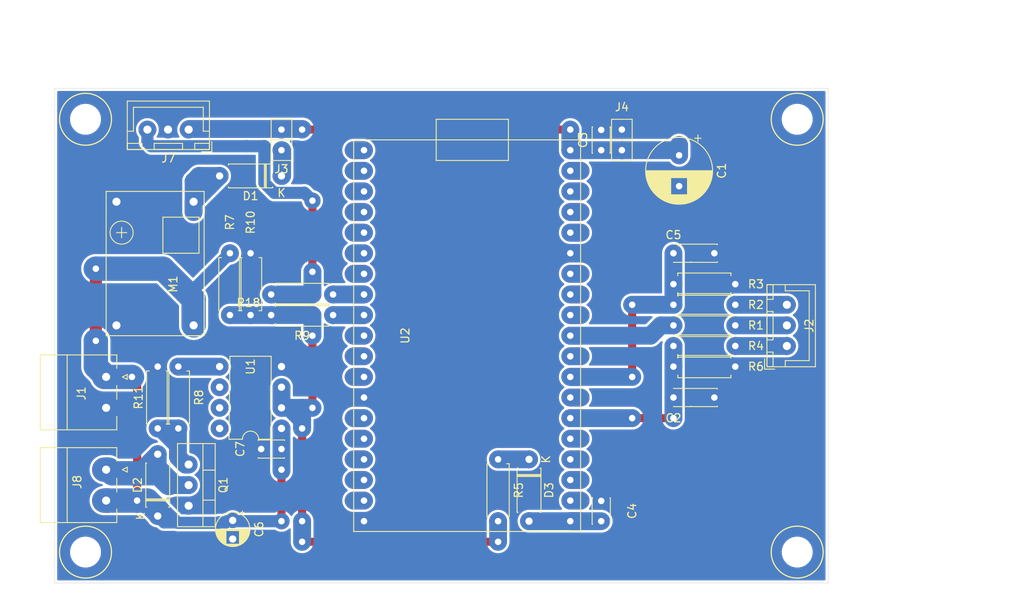
<source format=kicad_pcb>
(kicad_pcb (version 20171130) (host pcbnew "(5.1.6)-1")
  (layers (0 F.Cu signal) (31 B.Cu signal) (34 B.Paste user) (35 F.Paste user) (36 B.SilkS user) (37 F.SilkS user) (38 B.Mask user) (39 F.Mask user) (44 Edge.Cuts user))
  (net 0 "")
  (net 1 +5V)
  (net 2 GND)
  (net 3 +3V3)
  (net 4 "Net-(D1-Pad2)")
  (net 5 "Net-(D1-Pad1)")
  (net 6 PUMP+)
  (net 7 PUMP-)
  (net 8 DRIVE_ROD)
  (net 9 WS2812B)
  (net 10 "Net-(Q1-Pad1)")
  (net 11 S_DRIVE)
  (net 12 "Net-(R8-Pad1)")
  (net 13 PUMP)
  (net 14 "Net-(U2-Pad2)")
  (net 15 "Net-(U2-Pad3)")
  (net 16 "Net-(U2-Pad4)")
  (net 17 "Net-(U2-Pad5)")
  (net 18 "Net-(U2-Pad7)")
  (net 19 "Net-(U2-Pad8)")
  (net 20 "Net-(U2-Pad13)")
  (net 21 "Net-(U2-Pad16)")
  (net 22 "Net-(U2-Pad17)")
  (net 23 "Net-(U2-Pad18)")
  (net 24 "Net-(U2-Pad21)")
  (net 25 "Net-(U2-Pad22)")
  (net 26 "Net-(U2-Pad23)")
  (net 27 "Net-(U2-Pad24)")
  (net 28 "Net-(U2-Pad25)")
  (net 29 "Net-(U2-Pad28)")
  (net 30 "Net-(U2-Pad29)")
  (net 31 "Net-(U2-Pad32)")
  (net 32 "Net-(U2-Pad33)")
  (net 33 "Net-(U2-Pad34)")
  (net 34 "Net-(U2-Pad36)")
  (net 35 "Net-(U2-Pad37)")
  (net 36 "Net-(U2-Pad38)")
  (net 37 "Net-(U2-Pad35)")
  (net 38 "Net-(U2-Pad11)")
  (net 39 "Net-(U2-Pad15)")
  (net 40 "Net-(U2-Pad9)")
  (net 41 "Net-(J7-Pad3)")
  (net 42 ROD_HIGH)
  (net 43 ROD_LOW)
  (net 44 SENSOR_LOW)
  (net 45 SENSOR_HIGH)
  (net 46 "Net-(D3-Pad1)")
  (net 47 "Net-(R10-Pad1)")
  (net 48 "Net-(U1-Pad6)")
  (net 49 "Net-(U1-Pad7)")
  (net 50 "Net-(U1-Pad8)")
  (net 51 "Net-(U2-Pad27)")
  (module 0_my_footprints:myMountingHole_3.2mm_M3 (layer F.Cu) (at 104.394 143.764)
    (fp_text reference REF**)
    (fp_text value myMountingHole_3.2mm_M3)
    (pad "" np_thru_hole circle (at 0 0) (size 3.2 3.2) (drill 3.2) (layers *.Cu *.Mask))
  )
  (module 0_my_footprints:myMountingHole_3.2mm_M3 (layer F.Cu) (at 16.764 143.764)
    (fp_text reference REF**)
    (fp_text value myMountingHole_3.2mm_M3)
    (pad "" np_thru_hole circle (at 0 0) (size 3.2 3.2) (drill 3.2) (layers *.Cu *.Mask))
  )
  (module 0_my_footprints:myMountingHole_3.2mm_M3 (layer F.Cu) (at 16.764 90.424)
    (fp_text reference REF**)
    (fp_text value myMountingHole_3.2mm_M3)
    (pad "" np_thru_hole circle (at 0 0) (size 3.2 3.2) (drill 3.2) (layers *.Cu *.Mask))
  )
  (module 0_my_footprints:myMountingHole_3.2mm_M3 (layer F.Cu) (at 104.394 90.424)
    (fp_text reference REF**)
    (fp_text value myMountingHole_3.2mm_M3)
    (pad "" np_thru_hole circle (at 0 0) (size 3.2 3.2) (drill 3.2) (layers *.Cu *.Mask))
  )
  (module 0_my_footprints2:CP_my100uf (layer F.Cu) (at 89.8525 94.869 270)
    (fp_text reference C1 (at 1.9 -5.25 90) (layer F.SilkS))
    (fp_text value 100uf)
    (pad 1 thru_hole oval (at 0 0 270) (size 3.47 2.2) (drill 0.8 (offset -0.635 0)) (layers *.Cu *.Mask) (net 1 +5V))
    (pad 2 thru_hole oval (at 3.8 0 270) (size 3.47 2.2) (drill 0.8 (offset 0.535 0)) (layers *.Cu *.Mask) (net 2 GND))
  )
  (module 0_my_footprints:myCapCeramicSmall (layer F.Cu) (at 80.264 139.954 90)
    (fp_text reference C4 (at 1.25 3.81 90) (layer F.SilkS))
    (fp_text value 0.1uf)
    (pad 2 thru_hole circle (at 2.5 0 90) (size 2 2) (drill 0.8) (layers *.Cu *.Mask) (net 2 GND))
    (pad 1 thru_hole circle (at 0 0 90) (size 2 2) (drill 0.8) (layers *.Cu *.Mask) (net 3 +3V3))
  )
  (module 0_my_footprints:myDiodeSchotsky (layer F.Cu) (at 40.894 97.409 180)
    (fp_text reference D1 (at 3.81 -2.47) (layer F.SilkS))
    (fp_text value 1N4003)
    (fp_text user K (at 0 -2.1) (layer F.SilkS))
    (pad 2 thru_hole circle (at 7.62 0 180) (size 2.2 2.2) (drill 0.9) (layers *.Cu *.Mask) (net 4 "Net-(D1-Pad2)"))
    (pad 1 thru_hole circle (at 0 0 180) (size 2.2 2.2) (drill 0.9) (layers *.Cu *.Mask) (net 5 "Net-(D1-Pad1)"))
  )
  (module 0_my_footprints:myDiodeSchotsky (layer F.Cu) (at 25.654 139.319 90)
    (fp_text reference D2 (at 3.81 -2.47 90) (layer F.SilkS))
    (fp_text value 1N5818)
    (fp_text user K (at 0 -2.1 90) (layer F.SilkS))
    (pad 1 thru_hole circle (at 0 0 90) (size 2.2 2.2) (drill 0.9) (layers *.Cu *.Mask) (net 6 PUMP+))
    (pad 2 thru_hole circle (at 7.62 0 90) (size 2.2 2.2) (drill 0.9) (layers *.Cu *.Mask) (net 7 PUMP-))
  )
  (module 0_my_footprints:myPheonix2x3.81_right (layer F.Cu) (at 19.304 122.174 270)
    (fp_text reference J1 (at 2.032 3.048 90) (layer F.SilkS))
    (fp_text value "12 IN")
    (pad 2 thru_hole oval (at 3.81 0 270) (size 3 3.47) (drill 1) (layers *.Cu *.Mask) (net 2 GND))
    (pad 1 thru_hole oval (at 0 0 270) (size 3 3.47) (drill 1) (layers *.Cu *.Mask) (net 6 PUMP+))
  )
  (module 0_my_footprints:myJSTx03 (layer F.Cu) (at 103.124 118.364 90)
    (fp_text reference J2 (at 2.5 2.75 90) (layer F.SilkS))
    (fp_text value SENSOR_ASSY)
    (pad 3 thru_hole circle (at 5.08 0 90) (size 2.2 2.2) (drill 1) (layers *.Cu *.Mask) (net 42 ROD_HIGH))
    (pad 2 thru_hole circle (at 2.54 0 90) (size 2.2 2.2) (drill 1) (layers *.Cu *.Mask) (net 8 DRIVE_ROD))
    (pad 1 thru_hole circle (at 0 0 90) (size 2.2 2.2) (drill 1) (layers *.Cu *.Mask) (net 43 ROD_LOW))
  )
  (module 0_my_footprints:myPinHeader_1x02 (layer F.Cu) (at 40.894 94.234 180)
    (fp_text reference J3 (at 0 -2.33) (layer F.SilkS))
    (fp_text value "5V Jump")
    (pad 1 thru_hole circle (at 0 0 180) (size 2.2 2.2) (drill 0.8) (layers *.Cu *.Mask) (net 5 "Net-(D1-Pad1)"))
    (pad 2 thru_hole circle (at 0 2.54 180) (size 2.2 2.2) (drill 0.8) (layers *.Cu *.Mask) (net 1 +5V))
  )
  (module 0_my_footprints:myJSTx03 (layer F.Cu) (at 29.464 91.694 180)
    (fp_text reference J7 (at 2.5 -3.55) (layer F.SilkS))
    (fp_text value WS2812_B)
    (pad 1 thru_hole circle (at 0 0 180) (size 2.2 2.2) (drill 1) (layers *.Cu *.Mask) (net 1 +5V))
    (pad 2 thru_hole circle (at 2.54 0 180) (size 2.2 2.2) (drill 1) (layers *.Cu *.Mask) (net 2 GND))
    (pad 3 thru_hole circle (at 5.08 0 180) (size 2.2 2.2) (drill 1) (layers *.Cu *.Mask) (net 41 "Net-(J7-Pad3)"))
  )
  (module 0_my_footprints:myPheonix2x3.81_right (layer F.Cu) (at 19.304 133.604 270)
    (fp_text reference J8 (at 1.524 3.556 90) (layer F.SilkS))
    (fp_text value PUMP)
    (pad 1 thru_hole oval (at 0 0 270) (size 3 3.47) (drill 1) (layers *.Cu *.Mask) (net 7 PUMP-))
    (pad 2 thru_hole oval (at 3.81 0 270) (size 3 3.47) (drill 1) (layers *.Cu *.Mask) (net 6 PUMP+))
  )
  (module 0_my_footprints2:buck-mini360 (layer F.Cu) (at 20.574 115.824 90)
    (fp_text reference M1 (at 5.08 6.985 90) (layer F.SilkS))
    (fp_text value BUCK01)
    (pad 1 thru_hole oval (at 0 0 90) (size 3.47 2.2) (drill 1 (offset 0.635 0)) (layers *.Cu *.Mask) (net 2 GND))
    (pad 2 thru_hole oval (at 15.24 0 90) (size 3.47 2.2) (drill 1 (offset -0.635 0)) (layers *.Cu *.Mask) (net 2 GND))
    (pad 3 thru_hole oval (at 15.24 9.5 90) (size 3.47 2.2) (drill 1 (offset -0.635 0)) (layers *.Cu *.Mask) (net 4 "Net-(D1-Pad2)"))
    (pad 4 thru_hole oval (at 0 9.5 90) (size 3.47 2.2) (drill 1 (offset 0.635 0)) (layers *.Cu *.Mask) (net 6 PUMP+))
  )
  (module 0_my_footprints:myThreeLegged (layer F.Cu) (at 29.464 132.969 270)
    (fp_text reference Q1 (at 2.54 -4.27 90) (layer F.SilkS))
    (fp_text value IRF520N)
    (pad 1 thru_hole circle (at 0 0 270) (size 2.2 2.2) (drill 1) (layers *.Cu *.Mask) (net 10 "Net-(Q1-Pad1)"))
    (pad 2 thru_hole circle (at 2.54 0 270) (size 2.2 2.2) (drill 1) (layers *.Cu *.Mask) (net 7 PUMP-))
    (pad 3 thru_hole circle (at 5.08 0 270) (size 2.2 2.2) (drill 1) (layers *.Cu *.Mask) (net 2 GND))
  )
  (module 0_my_footprints2:esp32_dev (layer F.Cu) (at 63.754 117.094 270)
    (fp_text reference U2 (at 0 7.62 90) (layer F.SilkS))
    (fp_text value ESP32_DEV)
    (pad 1 thru_hole oval (at -22.86 -12.7 270) (size 2.2 3.47) (drill 0.8 (offset 0 -0.635)) (layers *.Cu *.Mask) (net 1 +5V))
    (pad 2 thru_hole oval (at -20.32 -12.7 270) (size 2.2 3.47) (drill 0.8 (offset 0 -0.635)) (layers *.Cu *.Mask) (net 14 "Net-(U2-Pad2)"))
    (pad 3 thru_hole oval (at -17.78 -12.7 270) (size 2.2 3.47) (drill 0.8 (offset 0 -0.635)) (layers *.Cu *.Mask) (net 15 "Net-(U2-Pad3)"))
    (pad 4 thru_hole oval (at -15.24 -12.7 270) (size 2.2 3.47) (drill 0.8 (offset 0 -0.635)) (layers *.Cu *.Mask) (net 16 "Net-(U2-Pad4)"))
    (pad 5 thru_hole oval (at -12.7 -12.7 270) (size 2.2 3.47) (drill 0.8 (offset 0 -0.635)) (layers *.Cu *.Mask) (net 17 "Net-(U2-Pad5)"))
    (pad 6 thru_hole oval (at -10.16 -12.7 270) (size 2.2 3.47) (drill 0.8 (offset 0 -0.635)) (layers *.Cu *.Mask) (net 2 GND))
    (pad 7 thru_hole oval (at -7.62 -12.7 270) (size 2.2 3.47) (drill 0.8 (offset 0 -0.635)) (layers *.Cu *.Mask) (net 18 "Net-(U2-Pad7)"))
    (pad 8 thru_hole oval (at -5.08 -12.7 270) (size 2.2 3.47) (drill 0.8 (offset 0 -0.635)) (layers *.Cu *.Mask) (net 19 "Net-(U2-Pad8)"))
    (pad 9 thru_hole oval (at -2.54 -12.7 270) (size 2.2 3.47) (drill 0.8 (offset 0 -0.635)) (layers *.Cu *.Mask) (net 40 "Net-(U2-Pad9)"))
    (pad 10 thru_hole oval (at 0 -12.7 270) (size 2.2 3.47) (drill 0.8 (offset 0 -0.635)) (layers *.Cu *.Mask) (net 11 S_DRIVE))
    (pad 11 thru_hole oval (at 2.54 -12.7 270) (size 2.2 3.47) (drill 0.8 (offset 0 -0.635)) (layers *.Cu *.Mask) (net 38 "Net-(U2-Pad11)"))
    (pad 12 thru_hole oval (at 5.08 -12.7 270) (size 2.2 3.47) (drill 0.8 (offset 0 -0.635)) (layers *.Cu *.Mask) (net 45 SENSOR_HIGH))
    (pad 13 thru_hole oval (at 7.62 -12.7 270) (size 2.2 3.47) (drill 0.8 (offset 0 -0.635)) (layers *.Cu *.Mask) (net 20 "Net-(U2-Pad13)"))
    (pad 14 thru_hole oval (at 10.16 -12.7 270) (size 2.2 3.47) (drill 0.8 (offset 0 -0.635)) (layers *.Cu *.Mask) (net 44 SENSOR_LOW))
    (pad 15 thru_hole oval (at 12.7 -12.7 270) (size 2.2 3.47) (drill 0.8 (offset 0 -0.635)) (layers *.Cu *.Mask) (net 39 "Net-(U2-Pad15)"))
    (pad 16 thru_hole oval (at 15.24 -12.7 270) (size 2.2 3.47) (drill 0.8 (offset 0 -0.635)) (layers *.Cu *.Mask) (net 21 "Net-(U2-Pad16)"))
    (pad 17 thru_hole oval (at 17.78 -12.7 270) (size 2.2 3.47) (drill 0.8 (offset 0 -0.635)) (layers *.Cu *.Mask) (net 22 "Net-(U2-Pad17)"))
    (pad 18 thru_hole oval (at 20.32 -12.7 270) (size 2.2 3.47) (drill 0.8 (offset 0 -0.635)) (layers *.Cu *.Mask) (net 23 "Net-(U2-Pad18)"))
    (pad 19 thru_hole oval (at 22.86 -12.7 270) (size 2.2 3.47) (drill 0.8 (offset 0 -0.635)) (layers *.Cu *.Mask) (net 3 +3V3))
    (pad 20 thru_hole oval (at 22.86 12.7 270) (size 2.2 3.47) (drill 0.8 (offset 0 0.635)) (layers *.Cu *.Mask) (net 2 GND))
    (pad 21 thru_hole oval (at 20.32 12.7 270) (size 2.2 3.47) (drill 0.8 (offset 0 0.635)) (layers *.Cu *.Mask) (net 24 "Net-(U2-Pad21)"))
    (pad 22 thru_hole oval (at 17.78 12.7 270) (size 2.2 3.47) (drill 0.8 (offset 0 0.635)) (layers *.Cu *.Mask) (net 25 "Net-(U2-Pad22)"))
    (pad 23 thru_hole oval (at 15.24 12.7 270) (size 2.2 3.47) (drill 0.8 (offset 0 0.635)) (layers *.Cu *.Mask) (net 26 "Net-(U2-Pad23)"))
    (pad 24 thru_hole oval (at 12.7 12.7 270) (size 2.2 3.47) (drill 0.8 (offset 0 0.635)) (layers *.Cu *.Mask) (net 27 "Net-(U2-Pad24)"))
    (pad 25 thru_hole oval (at 10.16 12.7 270) (size 2.2 3.47) (drill 0.8 (offset 0 0.635)) (layers *.Cu *.Mask) (net 28 "Net-(U2-Pad25)"))
    (pad 26 thru_hole oval (at 7.62 12.7 270) (size 2.2 3.47) (drill 0.8 (offset 0 0.635)) (layers *.Cu *.Mask) (net 2 GND))
    (pad 27 thru_hole oval (at 5.08 12.7 270) (size 2.2 3.47) (drill 0.8 (offset 0 0.635)) (layers *.Cu *.Mask) (net 51 "Net-(U2-Pad27)"))
    (pad 28 thru_hole oval (at 2.54 12.7 270) (size 2.2 3.47) (drill 0.8 (offset 0 0.635)) (layers *.Cu *.Mask) (net 29 "Net-(U2-Pad28)"))
    (pad 29 thru_hole oval (at 0 12.7 270) (size 2.2 3.47) (drill 0.8 (offset 0 0.635)) (layers *.Cu *.Mask) (net 30 "Net-(U2-Pad29)"))
    (pad 30 thru_hole oval (at -2.54 12.7 270) (size 2.2 3.47) (drill 0.8 (offset 0 0.635)) (layers *.Cu *.Mask) (net 13 PUMP))
    (pad 31 thru_hole oval (at -5.08 12.7 270) (size 2.2 3.47) (drill 0.8 (offset 0 0.635)) (layers *.Cu *.Mask) (net 9 WS2812B))
    (pad 32 thru_hole oval (at -7.62 12.7 270) (size 2.2 3.47) (drill 0.8 (offset 0 0.635)) (layers *.Cu *.Mask) (net 31 "Net-(U2-Pad32)"))
    (pad 33 thru_hole oval (at -10.16 12.7 270) (size 2.2 3.47) (drill 0.8 (offset 0 0.635)) (layers *.Cu *.Mask) (net 32 "Net-(U2-Pad33)"))
    (pad 34 thru_hole oval (at -12.7 12.7 270) (size 2.2 3.47) (drill 0.8 (offset 0 0.635)) (layers *.Cu *.Mask) (net 33 "Net-(U2-Pad34)"))
    (pad 35 thru_hole oval (at -15.24 12.7 270) (size 2.2 3.47) (drill 0.8 (offset 0 0.635)) (layers *.Cu *.Mask) (net 37 "Net-(U2-Pad35)"))
    (pad 36 thru_hole oval (at -17.78 12.7 270) (size 2.2 3.47) (drill 0.8 (offset 0 0.635)) (layers *.Cu *.Mask) (net 34 "Net-(U2-Pad36)"))
    (pad 37 thru_hole oval (at -20.32 12.7 270) (size 2.2 3.47) (drill 0.8 (offset 0 0.635)) (layers *.Cu *.Mask) (net 35 "Net-(U2-Pad37)"))
    (pad 38 thru_hole oval (at -22.86 12.7 270) (size 2.2 3.47) (drill 0.8 (offset 0 0.635)) (layers *.Cu *.Mask) (net 36 "Net-(U2-Pad38)"))
  )
  (module 0_my_footprints:myResistor (layer F.Cu) (at 47.244 112.014 180)
    (fp_text reference R18 (at 10.414 -1.016) (layer F.SilkS))
    (fp_text value 330)
    (pad 1 thru_hole circle (at 0 0 180) (size 2.2 2.2) (drill 0.8) (layers *.Cu *.Mask) (net 9 WS2812B))
    (pad 2 thru_hole circle (at 7.62 0 180) (size 2.2 2.2) (drill 0.8) (layers *.Cu *.Mask) (net 41 "Net-(J7-Pad3)"))
  )
  (module 0_my_footprints:myCapTantulum2 (layer F.Cu) (at 91.694 124.714)
    (fp_text reference C2 (at -2.54 2.54) (layer F.SilkS))
    (fp_text value 2.2uf)
    (pad 2 thru_hole circle (at 2.5 0) (size 2 2) (drill 0.8) (layers *.Cu *.Mask) (net 2 GND))
    (pad 1 thru_hole circle (at -2.54 0) (size 2 2) (drill 0.8) (layers *.Cu *.Mask) (net 44 SENSOR_LOW))
  )
  (module 0_my_footprints:myCapCeramicSmall (layer F.Cu) (at 80.264 94.234 90)
    (fp_text reference C3 (at 1.25 -2.25 90) (layer F.SilkS))
    (fp_text value 0.1uf)
    (pad 1 thru_hole circle (at 0 0 90) (size 2 2) (drill 0.8) (layers *.Cu *.Mask) (net 1 +5V))
    (pad 2 thru_hole circle (at 2.5 0 90) (size 2 2) (drill 0.8) (layers *.Cu *.Mask) (net 2 GND))
  )
  (module 0_my_footprints:myCapTantulum2 (layer F.Cu) (at 91.694 106.934)
    (fp_text reference C5 (at -2.54 -2.25) (layer F.SilkS))
    (fp_text value 2.2uf)
    (pad 1 thru_hole circle (at -2.54 0) (size 2 2) (drill 0.8) (layers *.Cu *.Mask) (net 45 SENSOR_HIGH))
    (pad 2 thru_hole circle (at 2.5 0) (size 2 2) (drill 0.8) (layers *.Cu *.Mask) (net 2 GND))
  )
  (module 0_my_footprints:myCapCeramicSmall (layer F.Cu) (at 40.894 131.064 180)
    (fp_text reference C7 (at 5.08 0 90) (layer F.SilkS))
    (fp_text value 0.1uf)
    (pad 1 thru_hole circle (at 0 0 180) (size 2 2) (drill 0.8) (layers *.Cu *.Mask) (net 6 PUMP+))
    (pad 2 thru_hole circle (at 2.5 0 180) (size 2 2) (drill 0.8) (layers *.Cu *.Mask) (net 2 GND))
  )
  (module 0_my_footprints:myDiodeSchotsky (layer F.Cu) (at 71.374 132.334 270)
    (fp_text reference D3 (at 3.81 -2.47 90) (layer F.SilkS))
    (fp_text value 1N5818)
    (fp_text user K (at 0 -2.1 90) (layer F.SilkS))
    (pad 1 thru_hole circle (at 0 0 270) (size 2.2 2.2) (drill 0.9) (layers *.Cu *.Mask) (net 46 "Net-(D3-Pad1)"))
    (pad 2 thru_hole circle (at 7.62 0 270) (size 2.2 2.2) (drill 0.9) (layers *.Cu *.Mask) (net 3 +3V3))
  )
  (module 0_my_footprints:myPinSocket_1x02 (layer F.Cu) (at 82.804 91.694)
    (fp_text reference J4 (at 0 -2.77) (layer F.SilkS))
    (fp_text value "5V Test")
    (pad 1 thru_hole circle (at 0 0) (size 2.2 2.2) (drill 0.8) (layers *.Cu *.Mask) (net 2 GND))
    (pad 2 thru_hole circle (at 0 2.54) (size 2.2 2.2) (drill 0.8) (layers *.Cu *.Mask) (net 1 +5V))
  )
  (module 0_my_footprints:myResistor (layer F.Cu) (at 96.774 115.824 180)
    (fp_text reference R1 (at -2.54 0) (layer F.SilkS))
    (fp_text value 1K)
    (pad 1 thru_hole circle (at 0 0 180) (size 2.2 2.2) (drill 0.8) (layers *.Cu *.Mask) (net 8 DRIVE_ROD))
    (pad 2 thru_hole circle (at 7.62 0 180) (size 2.2 2.2) (drill 0.8) (layers *.Cu *.Mask) (net 11 S_DRIVE))
  )
  (module 0_my_footprints:myResistor (layer F.Cu) (at 96.774 113.284 180)
    (fp_text reference R2 (at -2.54 0) (layer F.SilkS))
    (fp_text value 1K)
    (pad 1 thru_hole circle (at 0 0 180) (size 2.2 2.2) (drill 0.8) (layers *.Cu *.Mask) (net 42 ROD_HIGH))
    (pad 2 thru_hole circle (at 7.62 0 180) (size 2.2 2.2) (drill 0.8) (layers *.Cu *.Mask) (net 45 SENSOR_HIGH))
  )
  (module 0_my_footprints:myResistor (layer F.Cu) (at 89.154 110.744)
    (fp_text reference R3 (at 10.16 0) (layer F.SilkS))
    (fp_text value 100K)
    (pad 2 thru_hole circle (at 7.62 0) (size 2.2 2.2) (drill 0.8) (layers *.Cu *.Mask) (net 2 GND))
    (pad 1 thru_hole circle (at 0 0) (size 2.2 2.2) (drill 0.8) (layers *.Cu *.Mask) (net 45 SENSOR_HIGH))
  )
  (module 0_my_footprints:myResistor (layer F.Cu) (at 96.774 118.364 180)
    (fp_text reference R4 (at -2.54 0) (layer F.SilkS))
    (fp_text value 1K)
    (pad 1 thru_hole circle (at 0 0 180) (size 2.2 2.2) (drill 0.8) (layers *.Cu *.Mask) (net 43 ROD_LOW))
    (pad 2 thru_hole circle (at 7.62 0 180) (size 2.2 2.2) (drill 0.8) (layers *.Cu *.Mask) (net 44 SENSOR_LOW))
  )
  (module 0_my_footprints:myResistor (layer F.Cu) (at 67.564 132.334 270)
    (fp_text reference R5 (at 3.81 -2.54 90) (layer F.SilkS))
    (fp_text value 10K)
    (pad 2 thru_hole circle (at 7.62 0 270) (size 2.2 2.2) (drill 0.8) (layers *.Cu *.Mask) (net 47 "Net-(R10-Pad1)"))
    (pad 1 thru_hole circle (at 0 0 270) (size 2.2 2.2) (drill 0.8) (layers *.Cu *.Mask) (net 46 "Net-(D3-Pad1)"))
  )
  (module 0_my_footprints:myResistor (layer F.Cu) (at 89.154 120.904)
    (fp_text reference R6 (at 10.16 0) (layer F.SilkS))
    (fp_text value 100K)
    (pad 1 thru_hole circle (at 0 0) (size 2.2 2.2) (drill 0.8) (layers *.Cu *.Mask) (net 44 SENSOR_LOW))
    (pad 2 thru_hole circle (at 7.62 0) (size 2.2 2.2) (drill 0.8) (layers *.Cu *.Mask) (net 2 GND))
  )
  (module 0_my_footprints:myResistor (layer F.Cu) (at 34.544 106.934 270)
    (fp_text reference R7 (at -3.81 0 90) (layer F.SilkS))
    (fp_text value 100K)
    (pad 2 thru_hole circle (at 7.62 0 270) (size 2.2 2.2) (drill 0.8) (layers *.Cu *.Mask) (net 47 "Net-(R10-Pad1)"))
    (pad 1 thru_hole circle (at 0 0 270) (size 2.2 2.2) (drill 0.8) (layers *.Cu *.Mask) (net 6 PUMP+))
  )
  (module 0_my_footprints:myResistor (layer F.Cu) (at 28.194 120.904 270)
    (fp_text reference R8 (at 3.81 -2.54 90) (layer F.SilkS))
    (fp_text value 100)
    (pad 2 thru_hole circle (at 7.62 0 270) (size 2.2 2.2) (drill 0.8) (layers *.Cu *.Mask) (net 10 "Net-(Q1-Pad1)"))
    (pad 1 thru_hole circle (at 0 0 270) (size 2.2 2.2) (drill 0.8) (layers *.Cu *.Mask) (net 12 "Net-(R8-Pad1)"))
  )
  (module 0_my_footprints:myResistor (layer F.Cu) (at 47.244 114.554 180)
    (fp_text reference R9 (at 3.81 -2.54) (layer F.SilkS))
    (fp_text value 220)
    (pad 2 thru_hole circle (at 7.62 0 180) (size 2.2 2.2) (drill 0.8) (layers *.Cu *.Mask) (net 47 "Net-(R10-Pad1)"))
    (pad 1 thru_hole circle (at 0 0 180) (size 2.2 2.2) (drill 0.8) (layers *.Cu *.Mask) (net 13 PUMP))
  )
  (module 0_my_footprints:myResistor (layer F.Cu) (at 37.084 114.554 90)
    (fp_text reference R10 (at 11.43 0 90) (layer F.SilkS))
    (fp_text value 33K)
    (pad 1 thru_hole circle (at 0 0 90) (size 2.2 2.2) (drill 0.8) (layers *.Cu *.Mask) (net 47 "Net-(R10-Pad1)"))
    (pad 2 thru_hole circle (at 7.62 0 90) (size 2.2 2.2) (drill 0.8) (layers *.Cu *.Mask) (net 2 GND))
  )
  (module 0_my_footprints:myResistor (layer F.Cu) (at 25.654 128.524 90)
    (fp_text reference R11 (at 3.81 -2.37 90) (layer F.SilkS))
    (fp_text value 10K)
    (pad 1 thru_hole circle (at 0 0 90) (size 2.2 2.2) (drill 0.8) (layers *.Cu *.Mask) (net 10 "Net-(Q1-Pad1)"))
    (pad 2 thru_hole circle (at 7.62 0 90) (size 2.2 2.2) (drill 0.8) (layers *.Cu *.Mask) (net 2 GND))
  )
  (module 0_my_footprints:myDip8 (layer F.Cu) (at 40.894 128.524 180)
    (fp_text reference U1 (at 3.81 7.62 270) (layer F.SilkS))
    (fp_text value IR2104)
    (pad 1 thru_hole circle (at 0 0 180) (size 2.2 2.2) (drill 0.9) (layers *.Cu *.Mask) (net 6 PUMP+))
    (pad 2 thru_hole circle (at 0 2.54 180) (size 2.2 2.2) (drill 0.9) (layers *.Cu *.Mask) (net 47 "Net-(R10-Pad1)"))
    (pad 3 thru_hole circle (at 0 5.08 180) (size 2.2 2.2) (drill 0.9) (layers *.Cu *.Mask) (net 47 "Net-(R10-Pad1)"))
    (pad 4 thru_hole circle (at 0 7.62 180) (size 2.2 2.2) (drill 0.9) (layers *.Cu *.Mask) (net 2 GND))
    (pad 5 thru_hole circle (at 7.62 7.62 180) (size 2.2 2.2) (drill 0.9) (layers *.Cu *.Mask) (net 12 "Net-(R8-Pad1)"))
    (pad 6 thru_hole circle (at 7.62 5.08 180) (size 2.2 2.2) (drill 0.9) (layers *.Cu *.Mask) (net 48 "Net-(U1-Pad6)"))
    (pad 7 thru_hole circle (at 7.62 2.54 180) (size 2.2 2.2) (drill 0.9) (layers *.Cu *.Mask) (net 49 "Net-(U1-Pad7)"))
    (pad 8 thru_hole circle (at 7.62 0 180) (size 2.2 2.2) (drill 0.9) (layers *.Cu *.Mask) (net 50 "Net-(U1-Pad8)"))
  )
  (module 0_my_footprints:CP_my10uf (layer F.Cu) (at 34.884 139.954 270)
    (fp_text reference C6 (at 1 -3.25 90) (layer F.SilkS))
    (fp_text value 10uf)
    (pad 1 thru_hole circle (at -0.1 0 270) (size 1.9 1.9) (drill 0.9) (layers *.Cu *.Mask) (net 6 PUMP+))
    (pad 2 thru_hole circle (at 2.2 0 270) (size 1.9 1.9) (drill 0.9) (layers *.Cu *.Mask) (net 2 GND))
  )
  (gr_line (start 12.954 86.614) (end 12.954 147.574) (layer Edge.Cuts) (width 0.05))
  (gr_line (start 108.204 86.614) (end 108.204 147.574) (layer Edge.Cuts) (width 0.05))
  (gr_line (start 108.204 86.614) (end 12.954 86.614) (layer Edge.Cuts) (width 0.05))
  (gr_line (start 12.954 147.574) (end 108.204 147.574) (layer Edge.Cuts) (width 0.05))
  (segment (start 29.5148 91.6178) (end 43.4848 91.6178) (width 2.2) (layer B.Cu) (net 1))
  (segment (start 76.454 94.234) (end 89.154 94.234) (width 2.2) (layer B.Cu) (net 1))
  (segment (start 76.454 94.234) (end 76.454 91.694) (width 2.2) (layer B.Cu) (net 1))
  (segment (start 76.454 91.694) (end 76.454 91.694) (width 2.2) (layer B.Cu) (net 1))
  (via (at 76.454 91.694) (size 2) (drill 0.8) (layers F.Cu B.Cu) (net 1))
  (segment (start 43.434 91.694) (end 43.434 91.694) (width 2.2) (layer B.Cu) (net 1))
  (via (at 43.434 91.694) (size 2) (drill 0.8) (layers F.Cu B.Cu) (net 1))
  (segment (start 43.434 91.694) (end 76.454 91.694) (width 1) (layer F.Cu) (net 1))
  (segment (start 80.264 139.954) (end 71.374 139.954) (width 2.2) (layer B.Cu) (net 3))
  (segment (start 33.274 97.409) (end 30.734 97.409) (width 2.2) (layer B.Cu) (net 4))
  (segment (start 30.734 97.409) (end 30.734 98.679) (width 2.2) (layer B.Cu) (net 4))
  (segment (start 30.734 98.679) (end 32.004 98.679) (width 2.2) (layer B.Cu) (net 4))
  (segment (start 32.004 98.679) (end 33.274 97.409) (width 2.2) (layer B.Cu) (net 4))
  (segment (start 30.099 100.584) (end 32.004 98.679) (width 2.2) (layer B.Cu) (net 4))
  (segment (start 30.074 100.584) (end 30.099 100.584) (width 2.2) (layer B.Cu) (net 4))
  (segment (start 30.074 98.069) (end 30.734 97.409) (width 2.2) (layer B.Cu) (net 4))
  (segment (start 30.074 100.584) (end 30.074 98.069) (width 2.2) (layer B.Cu) (net 4))
  (segment (start 40.9702 94.234) (end 40.9702 97.409) (width 2.2) (layer B.Cu) (net 5))
  (segment (start 40.894 128.524) (end 40.894 133.604) (width 2.2) (layer B.Cu) (net 6))
  (segment (start 25.654 139.319) (end 26.434001 140.099001) (width 1.5) (layer B.Cu) (net 6))
  (segment (start 19.304 137.414) (end 23.114 137.414) (width 3) (layer B.Cu) (net 6))
  (segment (start 23.114 137.414) (end 24.384 137.414) (width 3) (layer B.Cu) (net 6))
  (segment (start 24.384 137.414) (end 25.654 138.684) (width 3) (layer B.Cu) (net 6))
  (segment (start 23.114 137.414) (end 23.114 137.414) (width 3) (layer B.Cu) (net 6))
  (via (at 23.114 137.414) (size 2) (drill 0.8) (layers F.Cu B.Cu) (net 6))
  (segment (start 34.054001 140.099001) (end 34.199002 139.954) (width 1.5) (layer B.Cu) (net 6))
  (segment (start 33.128999 140.099001) (end 34.054001 140.099001) (width 1.5) (layer B.Cu) (net 6))
  (segment (start 34.199002 139.954) (end 40.894 139.954) (width 1.5) (layer B.Cu) (net 6))
  (segment (start 40.894 139.954) (end 40.894 139.954) (width 1.5) (layer B.Cu) (net 6))
  (via (at 40.894 139.954) (size 2) (drill 0.8) (layers F.Cu B.Cu) (net 6))
  (segment (start 40.894 133.604) (end 40.894 133.743998) (width 2.2) (layer B.Cu) (net 6))
  (via (at 40.894 133.604) (size 2) (drill 0.8) (layers F.Cu B.Cu) (net 6))
  (segment (start 40.894 133.604) (end 40.894 139.954) (width 1) (layer F.Cu) (net 6))
  (segment (start 19.304 122.174) (end 22.479 122.174) (width 3) (layer B.Cu) (net 6))
  (segment (start 30.074 115.824) (end 30.074 112.624) (width 3) (layer B.Cu) (net 6))
  (segment (start 26.289 108.839) (end 18.034 108.839) (width 3) (layer B.Cu) (net 6))
  (segment (start 18.034 108.839) (end 18.034 108.839) (width 3) (layer B.Cu) (net 6))
  (via (at 18.034 108.839) (size 2) (drill 0.8) (layers F.Cu B.Cu) (net 6))
  (segment (start 19.304 122.174) (end 18.034 120.904) (width 3) (layer B.Cu) (net 6))
  (segment (start 18.034 120.904) (end 18.034 117.729) (width 3) (layer B.Cu) (net 6))
  (segment (start 18.034 117.729) (end 18.034 117.729) (width 3) (layer B.Cu) (net 6))
  (via (at 18.034 117.729) (size 2) (drill 0.8) (layers F.Cu B.Cu) (net 6))
  (segment (start 22.479 122.174) (end 22.479 122.174) (width 3) (layer B.Cu) (net 6))
  (via (at 22.479 122.174) (size 2) (drill 0.8) (layers F.Cu B.Cu) (net 6))
  (segment (start 29.7815 111.6965) (end 29.1465 111.6965) (width 1.5) (layer B.Cu) (net 6))
  (segment (start 34.544 106.934) (end 29.7815 111.6965) (width 1.5) (layer B.Cu) (net 6))
  (segment (start 30.074 112.624) (end 29.1465 111.6965) (width 3) (layer B.Cu) (net 6))
  (segment (start 29.1465 111.6965) (end 26.289 108.839) (width 3) (layer B.Cu) (net 6))
  (segment (start 18.034 108.839) (end 18.034 117.729) (width 1.5) (layer F.Cu) (net 6))
  (segment (start 22.479 122.174) (end 23.114 122.809) (width 1) (layer F.Cu) (net 6))
  (segment (start 23.114 122.809) (end 23.114 137.414) (width 1) (layer F.Cu) (net 6))
  (segment (start 28.110401 140.1064) (end 27.892403 140.1064) (width 1.5) (layer B.Cu) (net 6))
  (segment (start 28.1178 140.1572) (end 33.147 140.1572) (width 1.5) (layer B.Cu) (net 6))
  (segment (start 26.434001 140.099001) (end 28.099799 140.099001) (width 1.5) (layer B.Cu) (net 6))
  (segment (start 27.9654 140.0048) (end 26.474199 138.513599) (width 1.5) (layer B.Cu) (net 6))
  (segment (start 19.6215 133.604) (end 20.066 134.0485) (width 3) (layer B.Cu) (net 7))
  (segment (start 19.304 133.604) (end 19.6215 133.604) (width 3) (layer B.Cu) (net 7))
  (segment (start 25.7175 134.0485) (end 25.8445 134.0485) (width 3) (layer B.Cu) (net 7))
  (segment (start 25.8445 134.0485) (end 27.051 135.255) (width 3) (layer B.Cu) (net 7))
  (segment (start 27.305 135.509) (end 27.051 135.255) (width 2.2) (layer B.Cu) (net 7))
  (segment (start 29.464 135.509) (end 27.305 135.509) (width 2.2) (layer B.Cu) (net 7))
  (segment (start 25.654 133.858) (end 25.8445 134.0485) (width 2.2) (layer B.Cu) (net 7))
  (segment (start 25.654 131.699) (end 25.654 133.858) (width 2.2) (layer B.Cu) (net 7))
  (segment (start 23.3045 134.0485) (end 22.4155 134.0485) (width 2.2) (layer B.Cu) (net 7))
  (segment (start 25.654 131.699) (end 23.3045 134.0485) (width 2.2) (layer B.Cu) (net 7))
  (segment (start 20.066 134.0485) (end 22.4155 134.0485) (width 3) (layer B.Cu) (net 7))
  (segment (start 22.4155 134.0485) (end 25.7175 134.0485) (width 3) (layer B.Cu) (net 7))
  (segment (start 103.124 115.824) (end 96.774 115.824) (width 2.2) (layer B.Cu) (net 8))
  (segment (start 51.054 112.014) (end 47.244 112.014) (width 2.2) (layer B.Cu) (net 9))
  (segment (start 25.654 128.524) (end 28.194 128.524) (width 2.2) (layer B.Cu) (net 10))
  (segment (start 28.1432 128.8288) (end 28.1432 132.0038) (width 2.2) (layer B.Cu) (net 10))
  (segment (start 28.158198 132.069598) (end 29.083 132.9944) (width 2.2) (layer B.Cu) (net 10))
  (segment (start 28.1178 130.5814) (end 26.495426 128.959026) (width 2.2) (layer B.Cu) (net 10))
  (segment (start 86.328366 117.094) (end 87.598366 115.824) (width 2.2) (layer B.Cu) (net 11))
  (segment (start 76.454 117.094) (end 86.328366 117.094) (width 2.2) (layer B.Cu) (net 11))
  (segment (start 87.598366 115.824) (end 89.154 115.824) (width 2.2) (layer B.Cu) (net 11))
  (segment (start 33.274 120.904) (end 28.194 120.904) (width 2.2) (layer B.Cu) (net 12))
  (segment (start 51.054 114.554) (end 47.244 114.554) (width 2.2) (layer B.Cu) (net 13))
  (segment (start 44.704 100.457) (end 44.704 100.457) (width 1.5) (layer B.Cu) (net 41))
  (via (at 44.704 100.457) (size 2) (drill 0.8) (layers F.Cu B.Cu) (net 41))
  (segment (start 44.704 112.014) (end 44.704 109.22) (width 2.2) (layer B.Cu) (net 41))
  (segment (start 44.704 109.22) (end 44.704 109.22) (width 2.2) (layer B.Cu) (net 41))
  (via (at 44.704 109.22) (size 2) (drill 0.8) (layers F.Cu B.Cu) (net 41))
  (segment (start 44.704 100.457) (end 44.704 109.22) (width 1) (layer F.Cu) (net 41))
  (segment (start 39.624 112.014) (end 44.704 112.014) (width 2.2) (layer B.Cu) (net 41))
  (segment (start 24.384 93.249634) (end 24.384 91.694) (width 1.5) (layer B.Cu) (net 41))
  (segment (start 44.704 100.457) (end 43.923999 99.676999) (width 1.5) (layer B.Cu) (net 41))
  (segment (start 36.594001 93.744001) (end 24.878367 93.744001) (width 1.5) (layer B.Cu) (net 41))
  (segment (start 38.7858 98.24014) (end 38.7858 93.726) (width 1.5) (layer B.Cu) (net 41))
  (segment (start 40.005 99.4918) (end 38.80414 98.29094) (width 1.5) (layer B.Cu) (net 41))
  (segment (start 38.843999 93.74401) (end 36.59401 93.74401) (width 1.5) (layer B.Cu) (net 41))
  (segment (start 36.59401 93.74401) (end 36.594001 93.744001) (width 1.5) (layer B.Cu) (net 41))
  (segment (start 24.878367 93.744001) (end 24.384 93.249634) (width 1.5) (layer B.Cu) (net 41))
  (segment (start 43.70601 99.45901) (end 43.923999 99.676999) (width 1.5) (layer B.Cu) (net 41))
  (segment (start 40.044859 99.4918) (end 43.70601 99.4918) (width 1.5) (layer B.Cu) (net 41))
  (segment (start 103.124 113.284) (end 96.774 113.284) (width 2.2) (layer B.Cu) (net 42))
  (segment (start 103.124 118.364) (end 96.774 118.364) (width 2.2) (layer B.Cu) (net 43))
  (segment (start 89.154 124.714) (end 89.154 118.364) (width 2.2) (layer B.Cu) (net 44))
  (segment (start 76.454 127.254) (end 84.074 127.254) (width 2.2) (layer B.Cu) (net 44))
  (segment (start 89.154 124.714) (end 89.154 127.254) (width 2.2) (layer B.Cu) (net 44))
  (segment (start 89.154 127.254) (end 89.154 127.254) (width 2.2) (layer B.Cu) (net 44))
  (via (at 89.154 127.254) (size 2) (drill 0.8) (layers F.Cu B.Cu) (net 44))
  (segment (start 84.074 127.254) (end 84.074 127.254) (width 2.2) (layer B.Cu) (net 44))
  (via (at 84.074 127.254) (size 2) (drill 0.8) (layers F.Cu B.Cu) (net 44))
  (segment (start 89.154 127.254) (end 84.074 127.254) (width 1) (layer F.Cu) (net 44))
  (segment (start 89.154 113.284) (end 89.154 106.934) (width 2.2) (layer B.Cu) (net 45))
  (segment (start 89.154 113.284) (end 84.074 113.284) (width 2.2) (layer B.Cu) (net 45))
  (segment (start 76.454 122.174) (end 84.074 122.174) (width 2.2) (layer B.Cu) (net 45))
  (segment (start 84.074 122.174) (end 84.074 122.174) (width 2.2) (layer B.Cu) (net 45))
  (via (at 84.074 122.174) (size 2) (drill 0.8) (layers F.Cu B.Cu) (net 45))
  (segment (start 84.074 113.284) (end 84.074 113.284) (width 2.2) (layer B.Cu) (net 45))
  (via (at 84.074 113.284) (size 2) (drill 0.8) (layers F.Cu B.Cu) (net 45))
  (segment (start 84.074 113.284) (end 84.074 122.174) (width 1) (layer F.Cu) (net 45))
  (segment (start 71.374 132.334) (end 67.564 132.334) (width 2.2) (layer B.Cu) (net 46))
  (segment (start 40.894 123.444) (end 40.894 125.984) (width 2.2) (layer B.Cu) (net 47))
  (segment (start 44.704 114.554) (end 44.704 117.094) (width 2.2) (layer B.Cu) (net 47))
  (segment (start 43.434 125.984) (end 43.434 128.524) (width 2.2) (layer B.Cu) (net 47))
  (segment (start 44.704 117.094) (end 44.704 117.094) (width 2.2) (layer B.Cu) (net 47))
  (via (at 44.704 117.094) (size 2) (drill 0.8) (layers F.Cu B.Cu) (net 47))
  (segment (start 44.704 125.984) (end 44.704 125.984) (width 2.2) (layer B.Cu) (net 47))
  (via (at 44.704 125.984) (size 2) (drill 0.8) (layers F.Cu B.Cu) (net 47))
  (segment (start 43.434 128.524) (end 43.434 128.524) (width 2.2) (layer B.Cu) (net 47))
  (via (at 43.434 128.524) (size 2) (drill 0.8) (layers F.Cu B.Cu) (net 47))
  (segment (start 43.434 142.494) (end 43.434 142.494) (width 2.2) (layer B.Cu) (net 47))
  (segment (start 43.434 139.954) (end 43.434 139.954) (width 2.2) (layer B.Cu) (net 47))
  (via (at 43.434 139.954) (size 2) (drill 0.8) (layers F.Cu B.Cu) (net 47))
  (segment (start 44.704 125.984) (end 44.704 117.094) (width 1) (layer F.Cu) (net 47))
  (segment (start 43.434 142.494) (end 43.434 139.954) (width 2.2) (layer B.Cu) (net 47))
  (via (at 43.434 142.494) (size 2) (drill 0.8) (layers F.Cu B.Cu) (net 47))
  (segment (start 34.544 114.554) (end 44.704 114.554) (width 2.2) (layer B.Cu) (net 47))
  (segment (start 40.894 125.984) (end 44.704 125.984) (width 2.2) (layer B.Cu) (net 47))
  (segment (start 67.564 139.954) (end 67.564 142.494) (width 2.2) (layer B.Cu) (net 47))
  (segment (start 67.564 142.494) (end 67.564 142.494) (width 2.2) (layer B.Cu) (net 47))
  (via (at 67.564 142.494) (size 2) (drill 0.8) (layers F.Cu B.Cu) (net 47))
  (segment (start 67.564 142.494) (end 43.434 142.494) (width 1) (layer F.Cu) (net 47))
  (segment (start 43.434 139.954) (end 43.434 128.524) (width 1) (layer F.Cu) (net 47))
  (segment (start 42.448212 126.52621) (end 43.434 127.511998) (width 2.2) (layer B.Cu) (net 47))
  (segment (start 43.434 127.511998) (end 43.434 128.524) (width 2.2) (layer B.Cu) (net 47))
  (segment (start 42.448212 126.123999) (end 42.448212 126.52621) (width 2.2) (layer B.Cu) (net 47))
  (segment (start 51.054 122.174) (end 49.424849 122.174) (width 1.5) (layer B.Cu) (net 51))
  (zone (net 2) (net_name GND) (layer B.Cu) (connect_pads yes (clearance 0.3)) (min_thickness 0.25) (fill yes (arc_segments 32) (thermal_gap 0.508) (thermal_bridge_width 0.508))
    (polygon (pts (xy 112.014 148.844) (xy 10.414 148.844) (xy 10.414 85.344) (xy 112.014 85.344)))
  )
)
</source>
